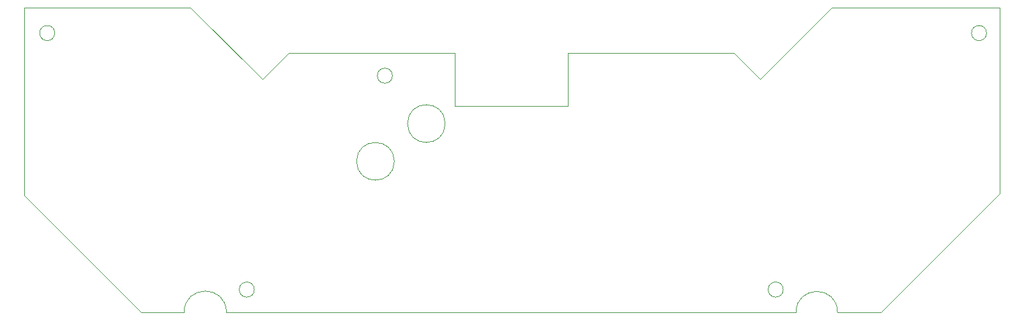
<source format=gbr>
%TF.GenerationSoftware,KiCad,Pcbnew,8.0.5*%
%TF.CreationDate,2026-02-16T11:04:40+00:00*%
%TF.ProjectId,CD32 pad,43443332-2070-4616-942e-6b696361645f,rev?*%
%TF.SameCoordinates,Original*%
%TF.FileFunction,Profile,NP*%
%FSLAX46Y46*%
G04 Gerber Fmt 4.6, Leading zero omitted, Abs format (unit mm)*
G04 Created by KiCad (PCBNEW 8.0.5) date 2026-02-16 11:04:40*
%MOMM*%
%LPD*%
G01*
G04 APERTURE LIST*
%TA.AperFunction,Profile*%
%ADD10C,0.050000*%
%TD*%
G04 APERTURE END LIST*
D10*
X102900000Y-119000000D02*
G75*
G02*
X108500000Y-119000000I2800000J0D01*
G01*
X130500000Y-87650000D02*
G75*
G02*
X128500000Y-87650000I-1000000J0D01*
G01*
X128500000Y-87650000D02*
G75*
G02*
X130500000Y-87650000I1000000J0D01*
G01*
X113250000Y-88150000D02*
X103750000Y-78650000D01*
X138750000Y-84650000D02*
X116750000Y-84650000D01*
X153750000Y-84650000D02*
X153750000Y-91650000D01*
X97200000Y-119000000D02*
X81749809Y-103549809D01*
X137500000Y-94000000D02*
G75*
G02*
X132500000Y-94000000I-2500000J0D01*
G01*
X132500000Y-94000000D02*
G75*
G02*
X137500000Y-94000000I2500000J0D01*
G01*
X97200000Y-119000000D02*
X102900000Y-119000000D01*
X138750000Y-91650000D02*
X138750000Y-84650000D01*
X211000000Y-103250000D02*
X195250141Y-118999859D01*
X189500000Y-119000000D02*
X195250000Y-119000000D01*
X153750000Y-84650000D02*
X175750000Y-84650000D01*
X81750000Y-78650000D02*
X103750000Y-78650000D01*
X211000000Y-78650000D02*
X188750000Y-78650000D01*
X81750000Y-78650000D02*
X81750000Y-103549809D01*
X179250000Y-88150000D02*
X188750000Y-78650000D01*
X116750000Y-84650000D02*
X113250000Y-88150000D01*
X153750000Y-91650000D02*
X138750000Y-91650000D01*
X112200000Y-116000000D02*
G75*
G02*
X110200000Y-116000000I-1000000J0D01*
G01*
X110200000Y-116000000D02*
G75*
G02*
X112200000Y-116000000I1000000J0D01*
G01*
X209250000Y-82000000D02*
G75*
G02*
X207250000Y-82000000I-1000000J0D01*
G01*
X207250000Y-82000000D02*
G75*
G02*
X209250000Y-82000000I1000000J0D01*
G01*
X182300000Y-116000000D02*
G75*
G02*
X180300000Y-116000000I-1000000J0D01*
G01*
X180300000Y-116000000D02*
G75*
G02*
X182300000Y-116000000I1000000J0D01*
G01*
X85750000Y-82000000D02*
G75*
G02*
X83750000Y-82000000I-1000000J0D01*
G01*
X83750000Y-82000000D02*
G75*
G02*
X85750000Y-82000000I1000000J0D01*
G01*
X184000000Y-119000000D02*
X108500000Y-119000000D01*
X184000000Y-119000000D02*
G75*
G02*
X189500000Y-119000000I2750000J0D01*
G01*
X175750000Y-84650000D02*
X179250000Y-88150000D01*
X130750000Y-99000000D02*
G75*
G02*
X125750000Y-99000000I-2500000J0D01*
G01*
X125750000Y-99000000D02*
G75*
G02*
X130750000Y-99000000I2500000J0D01*
G01*
X211000000Y-78650000D02*
X211000000Y-103250000D01*
M02*

</source>
